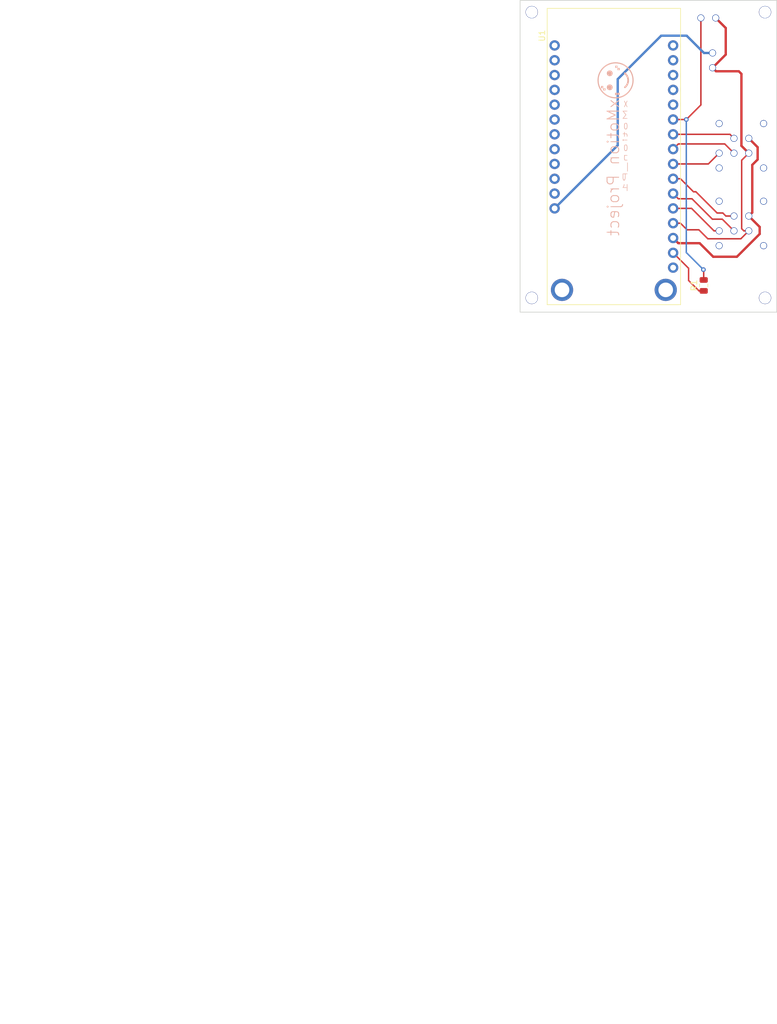
<source format=kicad_pcb>
(kicad_pcb (version 20171130) (host pcbnew "(5.1.0)-1")

  (general
    (thickness 1.6)
    (drawings 60)
    (tracks 97)
    (zones 0)
    (modules 2)
    (nets 29)
  )

  (page A4)
  (layers
    (0 F.Cu signal)
    (31 B.Cu signal)
    (32 B.Adhes user)
    (33 F.Adhes user)
    (34 B.Paste user)
    (35 F.Paste user)
    (36 B.SilkS user)
    (37 F.SilkS user)
    (38 B.Mask user)
    (39 F.Mask user)
    (40 Dwgs.User user)
    (41 Cmts.User user)
    (42 Eco1.User user)
    (43 Eco2.User user)
    (44 Edge.Cuts user)
    (45 Margin user)
    (46 B.CrtYd user)
    (47 F.CrtYd user)
    (48 B.Fab user)
    (49 F.Fab user)
  )

  (setup
    (last_trace_width 0.25)
    (trace_clearance 0.2)
    (zone_clearance 0.508)
    (zone_45_only no)
    (trace_min 0.2)
    (via_size 0.8)
    (via_drill 0.4)
    (via_min_size 0.4)
    (via_min_drill 0.3)
    (uvia_size 0.3)
    (uvia_drill 0.1)
    (uvias_allowed no)
    (uvia_min_size 0.2)
    (uvia_min_drill 0.1)
    (edge_width 0.05)
    (segment_width 0.2)
    (pcb_text_width 0.3)
    (pcb_text_size 1.5 1.5)
    (mod_edge_width 0.12)
    (mod_text_size 1 1)
    (mod_text_width 0.15)
    (pad_size 1.6 1.6)
    (pad_drill 1.1)
    (pad_to_mask_clearance 0.051)
    (solder_mask_min_width 0.25)
    (aux_axis_origin 0 0)
    (grid_origin 197.32 26.6)
    (visible_elements 7FFFFFFF)
    (pcbplotparams
      (layerselection 0x010fc_ffffffff)
      (usegerberextensions true)
      (usegerberattributes false)
      (usegerberadvancedattributes false)
      (creategerberjobfile false)
      (excludeedgelayer true)
      (linewidth 0.100000)
      (plotframeref false)
      (viasonmask false)
      (mode 1)
      (useauxorigin false)
      (hpglpennumber 1)
      (hpglpenspeed 20)
      (hpglpendiameter 15.000000)
      (psnegative false)
      (psa4output false)
      (plotreference true)
      (plotvalue false)
      (plotinvisibletext false)
      (padsonsilk false)
      (subtractmaskfromsilk false)
      (outputformat 1)
      (mirror false)
      (drillshape 0)
      (scaleselection 1)
      (outputdirectory "Gerbers_main_PCB_3/"))
  )

  (net 0 "")
  (net 1 "Net-(U1-Pad20)")
  (net 2 "Net-(U1-Pad19)")
  (net 3 "Net-(U1-Pad18)")
  (net 4 "Net-(U1-Pad16)")
  (net 5 "Net-(U1-Pad15)")
  (net 6 "Net-(U1-Pad14)")
  (net 7 "Net-(U1-Pad12)")
  (net 8 "Net-(U1-Pad1)")
  (net 9 GND_BAT)
  (net 10 A5)
  (net 11 A4)
  (net 12 A3)
  (net 13 A2)
  (net 14 A1)
  (net 15 A0)
  (net 16 "Net-(U1-Pad27)")
  (net 17 "Net-(U1-Pad26)")
  (net 18 "Net-(U1-Pad25)")
  (net 19 "Net-(U1-Pad24)")
  (net 20 "Net-(U1-Pad23)")
  (net 21 "Net-(U1-Pad22)")
  (net 22 "Net-(U1-Pad21)")
  (net 23 "Net-(U1-Pad17)")
  (net 24 "Net-(U1-Pad13)")
  (net 25 Interrupter_1_P1)
  (net 26 "Net-(R1-Pad1)")
  (net 27 3.3V)
  (net 28 3.7V_Bat)

  (net_class Default "Ceci est la Netclass par défaut."
    (clearance 0.2)
    (trace_width 0.25)
    (via_dia 0.8)
    (via_drill 0.4)
    (uvia_dia 0.3)
    (uvia_drill 0.1)
    (add_net 3.3V)
    (add_net 3.7V_Bat)
    (add_net A0)
    (add_net A1)
    (add_net A2)
    (add_net A3)
    (add_net A4)
    (add_net A5)
    (add_net GND_BAT)
    (add_net Interrupter_1_P1)
    (add_net "Net-(R1-Pad1)")
    (add_net "Net-(U1-Pad1)")
    (add_net "Net-(U1-Pad12)")
    (add_net "Net-(U1-Pad13)")
    (add_net "Net-(U1-Pad14)")
    (add_net "Net-(U1-Pad15)")
    (add_net "Net-(U1-Pad16)")
    (add_net "Net-(U1-Pad17)")
    (add_net "Net-(U1-Pad18)")
    (add_net "Net-(U1-Pad19)")
    (add_net "Net-(U1-Pad20)")
    (add_net "Net-(U1-Pad21)")
    (add_net "Net-(U1-Pad22)")
    (add_net "Net-(U1-Pad23)")
    (add_net "Net-(U1-Pad24)")
    (add_net "Net-(U1-Pad25)")
    (add_net "Net-(U1-Pad26)")
    (add_net "Net-(U1-Pad27)")
  )

  (module Resistor_SMD:R_0805_2012Metric (layer F.Cu) (tedit 5B36C52B) (tstamp 5DC40DF1)
    (at 166.48 95.8575 90)
    (descr "Resistor SMD 0805 (2012 Metric), square (rectangular) end terminal, IPC_7351 nominal, (Body size source: https://docs.google.com/spreadsheets/d/1BsfQQcO9C6DZCsRaXUlFlo91Tg2WpOkGARC1WS5S8t0/edit?usp=sharing), generated with kicad-footprint-generator")
    (tags resistor)
    (path /5DC4293A)
    (attr smd)
    (fp_text reference R1 (at 0 -1.65 90) (layer F.SilkS)
      (effects (font (size 1 1) (thickness 0.15)))
    )
    (fp_text value 10k (at 0 1.65 90) (layer F.Fab)
      (effects (font (size 1 1) (thickness 0.15)))
    )
    (fp_text user %R (at 0 0 90) (layer F.Fab)
      (effects (font (size 0.5 0.5) (thickness 0.08)))
    )
    (fp_line (start 1.68 0.95) (end -1.68 0.95) (layer F.CrtYd) (width 0.05))
    (fp_line (start 1.68 -0.95) (end 1.68 0.95) (layer F.CrtYd) (width 0.05))
    (fp_line (start -1.68 -0.95) (end 1.68 -0.95) (layer F.CrtYd) (width 0.05))
    (fp_line (start -1.68 0.95) (end -1.68 -0.95) (layer F.CrtYd) (width 0.05))
    (fp_line (start -0.258578 0.71) (end 0.258578 0.71) (layer F.SilkS) (width 0.12))
    (fp_line (start -0.258578 -0.71) (end 0.258578 -0.71) (layer F.SilkS) (width 0.12))
    (fp_line (start 1 0.6) (end -1 0.6) (layer F.Fab) (width 0.1))
    (fp_line (start 1 -0.6) (end 1 0.6) (layer F.Fab) (width 0.1))
    (fp_line (start -1 -0.6) (end 1 -0.6) (layer F.Fab) (width 0.1))
    (fp_line (start -1 0.6) (end -1 -0.6) (layer F.Fab) (width 0.1))
    (pad 2 smd roundrect (at 0.9375 0 90) (size 0.975 1.4) (layers F.Cu F.Paste F.Mask) (roundrect_rratio 0.25)
      (net 25 Interrupter_1_P1))
    (pad 1 smd roundrect (at -0.9375 0 90) (size 0.975 1.4) (layers F.Cu F.Paste F.Mask) (roundrect_rratio 0.25)
      (net 26 "Net-(R1-Pad1)"))
    (model ${KISYS3DMOD}/Resistor_SMD.3dshapes/R_0805_2012Metric.wrl
      (at (xyz 0 0 0))
      (scale (xyz 1 1 1))
      (rotate (xyz 0 0 0))
    )
  )

  (module xMotion:Bluefruit_NRF52 (layer F.Cu) (tedit 5DC29EDA) (tstamp 5DC318BB)
    (at 46.0764 222.261099 90)
    (path /5DC35617)
    (fp_text reference U1 (at 169.211099 92.6936 90) (layer F.SilkS)
      (effects (font (size 1 1) (thickness 0.15)))
    )
    (fp_text value Bluefruit_NRF52 (at 133.461099 92.4336 90) (layer F.Fab)
      (effects (font (size 1 1) (thickness 0.15)))
    )
    (fp_line (start 123.101099 93.5736) (end 123.101099 116.4336) (layer F.SilkS) (width 0.12))
    (fp_line (start 123.101099 116.4336) (end 173.901099 116.4336) (layer F.SilkS) (width 0.12))
    (fp_line (start 173.901099 93.5736) (end 173.901099 116.4336) (layer F.SilkS) (width 0.12))
    (fp_line (start 123.101099 93.5736) (end 173.901099 93.5736) (layer F.SilkS) (width 0.12))
    (pad P2 thru_hole circle (at 125.641099 113.8936 90) (size 3.81 3.81) (drill 2.5) (layers *.Cu *.Mask))
    (pad P1 thru_hole circle (at 125.641099 96.1136 90) (size 3.81 3.81) (drill 2.5) (layers *.Cu *.Mask))
    (pad "" np_thru_hole circle (at 171.361099 113.8936 90) (size 2.54 2.54) (drill 2.54) (layers *.Cu *.Mask))
    (pad "" np_thru_hole circle (at 171.361099 96.1136 90) (size 2.54 2.54) (drill 2.54) (layers *.Cu *.Mask))
    (pad 28 thru_hole circle (at 139.611099 94.8436 90) (size 1.778 1.778) (drill 1) (layers *.Cu *.Mask)
      (net 28 3.7V_Bat))
    (pad 27 thru_hole circle (at 142.151099 94.8436 90) (size 1.778 1.778) (drill 1) (layers *.Cu *.Mask)
      (net 16 "Net-(U1-Pad27)"))
    (pad 26 thru_hole circle (at 144.691099 94.8436 90) (size 1.778 1.778) (drill 1) (layers *.Cu *.Mask)
      (net 17 "Net-(U1-Pad26)"))
    (pad 25 thru_hole circle (at 147.231099 94.8436 90) (size 1.778 1.778) (drill 1) (layers *.Cu *.Mask)
      (net 18 "Net-(U1-Pad25)"))
    (pad 24 thru_hole circle (at 149.771099 94.8436 90) (size 1.778 1.778) (drill 1) (layers *.Cu *.Mask)
      (net 19 "Net-(U1-Pad24)"))
    (pad 23 thru_hole circle (at 152.311099 94.8436 90) (size 1.778 1.778) (drill 1) (layers *.Cu *.Mask)
      (net 20 "Net-(U1-Pad23)"))
    (pad 22 thru_hole circle (at 154.851099 94.8436 90) (size 1.778 1.778) (drill 1) (layers *.Cu *.Mask)
      (net 21 "Net-(U1-Pad22)"))
    (pad 21 thru_hole circle (at 157.391099 94.8436 90) (size 1.778 1.778) (drill 1) (layers *.Cu *.Mask)
      (net 22 "Net-(U1-Pad21)"))
    (pad 20 thru_hole circle (at 159.931099 94.8436 90) (size 1.778 1.778) (drill 1) (layers *.Cu *.Mask)
      (net 1 "Net-(U1-Pad20)"))
    (pad 19 thru_hole circle (at 162.471099 94.8436 90) (size 1.778 1.778) (drill 1) (layers *.Cu *.Mask)
      (net 2 "Net-(U1-Pad19)"))
    (pad 18 thru_hole circle (at 165.011099 94.8436 90) (size 1.778 1.778) (drill 1) (layers *.Cu *.Mask)
      (net 3 "Net-(U1-Pad18)"))
    (pad 17 thru_hole circle (at 167.551099 94.8436 90) (size 1.778 1.778) (drill 1) (layers *.Cu *.Mask)
      (net 23 "Net-(U1-Pad17)"))
    (pad 16 thru_hole circle (at 167.551099 115.1636 90) (size 1.778 1.778) (drill 1) (layers *.Cu *.Mask)
      (net 4 "Net-(U1-Pad16)"))
    (pad 15 thru_hole circle (at 165.011099 115.1636 90) (size 1.778 1.778) (drill 1) (layers *.Cu *.Mask)
      (net 5 "Net-(U1-Pad15)"))
    (pad 14 thru_hole circle (at 162.471099 115.1636 90) (size 1.778 1.778) (drill 1) (layers *.Cu *.Mask)
      (net 6 "Net-(U1-Pad14)"))
    (pad 13 thru_hole circle (at 159.931099 115.1636 90) (size 1.778 1.778) (drill 1) (layers *.Cu *.Mask)
      (net 24 "Net-(U1-Pad13)"))
    (pad 12 thru_hole circle (at 157.391099 115.1636 90) (size 1.778 1.778) (drill 1) (layers *.Cu *.Mask)
      (net 7 "Net-(U1-Pad12)"))
    (pad 11 thru_hole circle (at 154.851099 115.1636 90) (size 1.778 1.778) (drill 1) (layers *.Cu *.Mask)
      (net 25 Interrupter_1_P1))
    (pad 10 thru_hole circle (at 152.311099 115.1636 90) (size 1.778 1.778) (drill 1) (layers *.Cu *.Mask)
      (net 10 A5))
    (pad 9 thru_hole circle (at 149.771099 115.1636 90) (size 1.778 1.778) (drill 1) (layers *.Cu *.Mask)
      (net 11 A4))
    (pad 8 thru_hole circle (at 147.231099 115.1636 90) (size 1.778 1.778) (drill 1) (layers *.Cu *.Mask)
      (net 12 A3))
    (pad 7 thru_hole circle (at 144.691099 115.1636 90) (size 1.778 1.778) (drill 1) (layers *.Cu *.Mask)
      (net 13 A2))
    (pad 6 thru_hole circle (at 142.151099 115.1636 90) (size 1.778 1.778) (drill 1) (layers *.Cu *.Mask)
      (net 14 A1))
    (pad 5 thru_hole circle (at 139.611099 115.1636 90) (size 1.778 1.778) (drill 1) (layers *.Cu *.Mask)
      (net 15 A0))
    (pad 4 thru_hole circle (at 137.071099 115.1636 90) (size 1.778 1.778) (drill 1) (layers *.Cu *.Mask)
      (net 9 GND_BAT))
    (pad 3 thru_hole circle (at 134.531099 115.1636 90) (size 1.778 1.778) (drill 1) (layers *.Cu *.Mask)
      (net 27 3.3V))
    (pad 2 thru_hole circle (at 131.991099 115.1636 90) (size 1.778 1.778) (drill 1) (layers *.Cu *.Mask)
      (net 26 "Net-(R1-Pad1)"))
    (pad 1 thru_hole circle (at 129.451099 115.1636 90) (size 1.778 1.778) (drill 1) (layers *.Cu *.Mask)
      (net 8 "Net-(U1-Pad1)"))
  )

  (gr_circle (center 168.54 50) (end 168.84 50) (layer F.Mask) (width 0.6) (tstamp 5DDF9B12))
  (gr_circle (center 166 50) (end 166.3 50) (layer F.Mask) (width 0.6) (tstamp 5DDF9B10))
  (gr_circle (center 168.54 50) (end 168.84 50) (layer B.Mask) (width 0.6) (tstamp 5DDF9B0D))
  (gr_circle (center 166 50) (end 166.3 50) (layer B.Mask) (width 0.6) (tstamp 5DDF9B0B))
  (gr_circle (center 168 56) (end 168.3 56) (layer B.Mask) (width 0.6) (tstamp 5DDF9B09))
  (gr_circle (center 168 56) (end 168.3 56) (layer F.Mask) (width 0.6) (tstamp 5DDF9B06))
  (gr_circle (center 168 58.54) (end 168.3 58.54) (layer F.Mask) (width 0.6) (tstamp 5DDF9B04))
  (gr_circle (center 168 58.54) (end 168.3 58.54) (layer B.Mask) (width 0.6) (tstamp 5DDF9B01))
  (gr_circle (center 174.21 73.18) (end 174.51 73.18) (layer B.Mask) (width 0.6) (tstamp 5DDF9A03))
  (gr_circle (center 174.21 73.18) (end 174.51 73.18) (layer F.Mask) (width 0.6) (tstamp 5DDF99FE))
  (gr_circle (center 171.67 73.18) (end 171.97 73.18) (layer F.Mask) (width 0.6) (tstamp 5DDF99FB))
  (gr_circle (center 171.67 73.18) (end 171.97 73.18) (layer B.Mask) (width 0.6) (tstamp 5DDF99F8))
  (gr_circle (center 169.13 73.18) (end 169.43 73.18) (layer B.Mask) (width 0.6) (tstamp 5DDF99F5))
  (gr_circle (center 169.13 73.18) (end 169.43 73.18) (layer F.Mask) (width 0.6) (tstamp 5DDF99F2))
  (gr_circle (center 174.21 70.64) (end 174.51 70.64) (layer F.Mask) (width 0.6) (tstamp 5DDF99EF))
  (gr_circle (center 174.21 70.64) (end 174.51 70.64) (layer B.Mask) (width 0.6) (tstamp 5DDF99EC))
  (gr_circle (center 171.67 70.64) (end 171.97 70.64) (layer F.Mask) (width 0.6) (tstamp 5DDF99E6))
  (gr_circle (center 171.67 70.64) (end 171.97 70.64) (layer B.Mask) (width 0.6) (tstamp 5DDF99E3))
  (gr_circle (center 169.13 68.1) (end 169.43 68.1) (layer B.Mask) (width 0.6) (tstamp 5DDF99C9))
  (gr_circle (center 169.13 68.1) (end 169.43 68.1) (layer F.Mask) (width 0.6) (tstamp 5DDF99C6))
  (gr_circle (center 176.75 68.1) (end 177.05 68.1) (layer F.Mask) (width 0.6) (tstamp 5DDF999C))
  (gr_circle (center 176.75 68.1) (end 177.05 68.1) (layer B.Mask) (width 0.6) (tstamp 5DDF9998))
  (gr_circle (center 176.75 75.72) (end 177.05 75.72) (layer B.Mask) (width 0.6) (tstamp 5DDF9979))
  (gr_circle (center 176.75 75.72) (end 177.05 75.72) (layer F.Mask) (width 0.6) (tstamp 5DDF9976))
  (gr_circle (center 169.13 75.72) (end 169.43 75.72) (layer F.Mask) (width 0.6) (tstamp 5DDF9954))
  (gr_circle (center 169.13 75.72) (end 169.43 75.72) (layer B.Mask) (width 0.6) (tstamp 5DDF9950))
  (gr_circle (center 176.75 81.42) (end 177.05 81.42) (layer F.Mask) (width 0.6) (tstamp 5DDF9925))
  (gr_circle (center 176.75 81.42) (end 177.05 81.42) (layer B.Mask) (width 0.6) (tstamp 5DDF9922))
  (gr_circle (center 169.13 81.42) (end 169.43 81.42) (layer B.Mask) (width 0.6) (tstamp 5DDF990E))
  (gr_circle (center 169.13 81.42) (end 169.43 81.42) (layer F.Mask) (width 0.6) (tstamp 5DDF990B))
  (gr_circle (center 171.67 83.96) (end 171.97 83.96) (layer F.Mask) (width 0.6) (tstamp 5DDF98F7))
  (gr_circle (center 171.67 83.96) (end 171.97 83.96) (layer B.Mask) (width 0.6) (tstamp 5DDF98F4))
  (gr_circle (center 174.21 83.96) (end 174.51 83.96) (layer B.Mask) (width 0.6) (tstamp 5DDF98E0))
  (gr_circle (center 174.21 83.96) (end 174.51 83.96) (layer F.Mask) (width 0.6) (tstamp 5DDF98DD))
  (gr_circle (center 174.21 86.5) (end 174.51 86.5) (layer F.Mask) (width 0.6) (tstamp 5DDF98CA))
  (gr_circle (center 174.21 86.5) (end 174.51 86.5) (layer B.Mask) (width 0.6) (tstamp 5DDF98C5))
  (gr_circle (center 171.67 86.5) (end 171.97 86.5) (layer B.Mask) (width 0.6) (tstamp 5DDF98AD))
  (gr_circle (center 171.67 86.5) (end 171.97 86.5) (layer F.Mask) (width 0.6) (tstamp 5DDF98AA))
  (gr_circle (center 169.13 86.5) (end 169.43 86.5) (layer F.Mask) (width 0.6) (tstamp 5DDF988C))
  (gr_circle (center 169.13 86.5) (end 169.43 86.5) (layer B.Mask) (width 0.6) (tstamp 5DDF9889))
  (gr_circle (center 169.13 89.04) (end 169.43 89.04) (layer B.Mask) (width 0.6) (tstamp 5DDF9848))
  (gr_circle (center 169.13 89.04) (end 169.43 89.04) (layer F.Mask) (width 0.6) (tstamp 5DDF9845))
  (gr_circle (center 176.75 89.04) (end 177.05 89.04) (layer F.Mask) (width 0.6) (tstamp 5DDF979E))
  (gr_circle (center 176.75 89.04) (end 177.05 89.04) (layer B.Mask) (width 0.6))
  (gr_line (start 179 46.98) (end 179 100.44) (layer Edge.Cuts) (width 0.12) (tstamp 5DC468D1))
  (gr_line (start 135 100.44) (end 179 100.44) (layer Edge.Cuts) (width 0.12) (tstamp 5DC4684E))
  (gr_line (start 135 46.98) (end 135 100.44) (layer Edge.Cuts) (width 0.12) (tstamp 5DC467F7))
  (gr_text xMotion_P1 (at 153.03 71.98 90) (layer B.SilkS)
    (effects (font (size 0.7 1.9) (thickness 0.1)) (justify mirror))
  )
  (gr_text "xMotion Project" (at 150.99 75.64 90) (layer B.SilkS)
    (effects (font (size 2 2) (thickness 0.15)) (justify mirror))
  )
  (gr_poly (pts (xy 151.7 58.57) (xy 151.7 58.96) (xy 152.08 58.96) (xy 152.08 58.57)) (layer B.SilkS) (width 0.001) (tstamp 5DC139AC))
  (gr_circle (center 150.37 59.49) (end 150.37 59.74) (layer B.SilkS) (width 0.5) (tstamp 5DC139AB))
  (gr_poly (pts (xy 151.7 62.83) (xy 151.7 63.22) (xy 152.08 63.22) (xy 152.08 62.83)) (layer B.SilkS) (width 0.001) (tstamp 5DC139AA))
  (gr_poly (pts (xy 151.28 62.83) (xy 151.28 63.22) (xy 151.66 63.22) (xy 151.66 62.83)) (layer B.SilkS) (width 0.001) (tstamp 5DC139A9))
  (gr_circle (center 151.37 60.69) (end 154.37 60.69) (layer B.SilkS) (width 0.2) (tstamp 5DC139A8))
  (gr_poly (pts (xy 151.32 58.18) (xy 151.32 58.57) (xy 151.7 58.57) (xy 151.7 58.18)) (layer B.SilkS) (width 0.001) (tstamp 5DC139A7))
  (gr_circle (center 150.37 61.89) (end 150.37 62.14) (layer B.SilkS) (width 0.5) (tstamp 5DC139A6))
  (gr_poly (pts (xy 148.88 61.66) (xy 148.88 62.05) (xy 149.26 62.05) (xy 149.26 61.66)) (layer B.SilkS) (width 0.001) (tstamp 5DC139A5))
  (gr_arc (start 151.97 60.69) (end 152.97 59.49) (angle 100) (layer B.SilkS) (width 0.3) (tstamp 5DC139A4))
  (gr_poly (pts (xy 149.26 62.05) (xy 149.26 62.44) (xy 149.64 62.44) (xy 149.64 62.05)) (layer B.SilkS) (width 0.001) (tstamp 5DC139A3))
  (gr_line (start 135 46.98) (end 179 46.98) (layer Edge.Cuts) (width 0.12))

  (via (at 176.75 75.72) (size 1.2) (drill 1) (layers F.Cu B.Cu) (net 0) (tstamp 5D9C7DB5))
  (via (at 169.13 75.72) (size 1.2) (drill 1) (layers F.Cu B.Cu) (net 0) (tstamp 5D9C7DB9))
  (via (at 169.13 68.1) (size 1.2) (drill 1) (layers F.Cu B.Cu) (net 0) (tstamp 5D9C7DB8))
  (via (at 176.75 68.1) (size 1.2) (drill 1) (layers F.Cu B.Cu) (net 0) (tstamp 5D9C7DB6))
  (via (at 169.13 89.04) (size 1.2) (drill 1) (layers F.Cu B.Cu) (net 0) (tstamp 5D9C7CA8))
  (via (at 176.75 89.04) (size 1.2) (drill 1) (layers F.Cu B.Cu) (net 0) (tstamp 5D9C7CBC))
  (via (at 176.75 81.42) (size 1.2) (drill 1) (layers F.Cu B.Cu) (net 0) (tstamp 5D9C7C7B))
  (via (at 169.13 81.42) (size 1.2) (drill 1) (layers F.Cu B.Cu) (net 0))
  (via (at 177 49) (size 2.1) (drill 2) (layers F.Cu B.Cu) (net 0))
  (via (at 137 49) (size 2.1) (drill 2) (layers F.Cu B.Cu) (net 0) (tstamp 5DC46BC5))
  (via (at 137 98) (size 2.1) (drill 2) (layers F.Cu B.Cu) (net 0) (tstamp 5DC46EB9))
  (via (at 177 98) (size 2.1) (drill 2) (layers F.Cu B.Cu) (net 0) (tstamp 5DC47056))
  (segment (start 168.599999 59.139999) (end 172.499999 59.139999) (width 0.4) (layer F.Cu) (net 9))
  (segment (start 168 58.54) (end 168.599999 59.139999) (width 0.4) (layer F.Cu) (net 9))
  (segment (start 172.499999 59.139999) (end 172.95 59.59) (width 0.4) (layer F.Cu) (net 9))
  (segment (start 172.95 59.59) (end 172.95 71.92) (width 0.4) (layer F.Cu) (net 9))
  (segment (start 172.95 71.92) (end 174.21 73.18) (width 0.4) (layer F.Cu) (net 9))
  (segment (start 165.65 86.32) (end 167.19 87.86) (width 0.25) (layer F.Cu) (net 9))
  (segment (start 167.19 87.86) (end 172.85 87.86) (width 0.25) (layer F.Cu) (net 9))
  (segment (start 172.85 87.86) (end 174.21 86.5) (width 0.25) (layer F.Cu) (net 9))
  (segment (start 172.99 86.128528) (end 172.99 74.4) (width 0.25) (layer F.Cu) (net 9))
  (segment (start 162.497235 85.19) (end 163.627235 86.32) (width 0.25) (layer F.Cu) (net 9))
  (segment (start 161.24 85.19) (end 162.497235 85.19) (width 0.25) (layer F.Cu) (net 9))
  (segment (start 172.99 74.4) (end 174.21 73.18) (width 0.25) (layer F.Cu) (net 9))
  (segment (start 174.21 86.5) (end 173.361472 86.5) (width 0.25) (layer F.Cu) (net 9))
  (segment (start 163.627235 86.32) (end 165.65 86.32) (width 0.25) (layer F.Cu) (net 9))
  (segment (start 173.361472 86.5) (end 172.99 86.128528) (width 0.25) (layer F.Cu) (net 9))
  (via (at 168.54 50) (size 1.2) (drill 1) (layers F.Cu B.Cu) (net 9) (tstamp 5DC13278))
  (via (at 168 58.54) (size 1.2) (drill 1) (layers F.Cu B.Cu) (net 9) (tstamp 5D95EF56))
  (via (at 174.21 73.18) (size 1.2) (drill 1) (layers F.Cu B.Cu) (net 9) (tstamp 5D9C7DBA))
  (via (at 174.21 86.5) (size 1.2) (drill 1) (layers F.Cu B.Cu) (net 9) (tstamp 5D9C7D43))
  (segment (start 170.26 51.72) (end 168.54 50) (width 0.4) (layer F.Cu) (net 9))
  (segment (start 170.26 56.28) (end 170.26 51.72) (width 0.4) (layer F.Cu) (net 9))
  (segment (start 170.26 56.28) (end 168 58.54) (width 0.4) (layer F.Cu) (net 9))
  (via (at 171.67 70.64) (size 1.2) (drill 1) (layers F.Cu B.Cu) (net 10) (tstamp 5D9C7DB7))
  (segment (start 170.98 69.95) (end 171.67 70.64) (width 0.25) (layer F.Cu) (net 10))
  (segment (start 161.24 69.95) (end 170.98 69.95) (width 0.25) (layer F.Cu) (net 10))
  (via (at 171.67 73.18) (size 1.2) (drill 1) (layers F.Cu B.Cu) (net 11) (tstamp 5D9C7DBC))
  (segment (start 162.128999 71.601001) (end 161.24 72.49) (width 0.25) (layer F.Cu) (net 11))
  (segment (start 170.091001 71.601001) (end 162.128999 71.601001) (width 0.25) (layer F.Cu) (net 11))
  (segment (start 171.67 73.18) (end 170.091001 71.601001) (width 0.25) (layer F.Cu) (net 11))
  (via (at 169.13 73.18) (size 1.2) (drill 1) (layers F.Cu B.Cu) (net 12) (tstamp 5D9C7DBB))
  (segment (start 167.28 75.03) (end 169.13 73.18) (width 0.25) (layer F.Cu) (net 12))
  (segment (start 161.24 75.03) (end 167.28 75.03) (width 0.25) (layer F.Cu) (net 12))
  (via (at 171.67 83.96) (size 1.2) (drill 1) (layers F.Cu B.Cu) (net 13) (tstamp 5D9C7CDC))
  (segment (start 162.497235 77.57) (end 164.727235 79.8) (width 0.25) (layer F.Cu) (net 13))
  (segment (start 161.24 77.57) (end 162.497235 77.57) (width 0.25) (layer F.Cu) (net 13))
  (segment (start 164.727235 79.8) (end 165.14 79.8) (width 0.25) (layer F.Cu) (net 13))
  (segment (start 165.14 79.8) (end 168.78 83.44) (width 0.25) (layer F.Cu) (net 13))
  (segment (start 168.78 83.44) (end 169.76 83.44) (width 0.25) (layer F.Cu) (net 13))
  (segment (start 170.28 83.96) (end 171.67 83.96) (width 0.25) (layer F.Cu) (net 13))
  (segment (start 169.76 83.44) (end 170.28 83.96) (width 0.25) (layer F.Cu) (net 13))
  (via (at 171.67 86.5) (size 1.2) (drill 1) (layers F.Cu B.Cu) (net 14) (tstamp 5D9C7D0E))
  (segment (start 162.128999 80.998999) (end 164.468999 80.998999) (width 0.25) (layer F.Cu) (net 14))
  (segment (start 161.24 80.11) (end 162.128999 80.998999) (width 0.25) (layer F.Cu) (net 14))
  (segment (start 164.468999 80.998999) (end 167.97 84.5) (width 0.25) (layer F.Cu) (net 14))
  (segment (start 169.67 84.5) (end 171.67 86.5) (width 0.25) (layer F.Cu) (net 14))
  (segment (start 167.97 84.5) (end 169.67 84.5) (width 0.25) (layer F.Cu) (net 14))
  (via (at 169.13 86.5) (size 1.2) (drill 1) (layers F.Cu B.Cu) (net 15) (tstamp 5D9C7D56))
  (segment (start 168.25 86.5) (end 169.13 86.5) (width 0.25) (layer F.Cu) (net 15))
  (segment (start 161.24 82.65) (end 164.4 82.65) (width 0.25) (layer F.Cu) (net 15))
  (segment (start 164.4 82.65) (end 168.25 86.5) (width 0.25) (layer F.Cu) (net 15))
  (via (at 163.5 67.41) (size 0.8) (drill 0.4) (layers F.Cu B.Cu) (net 25))
  (via (at 166.43 93.15) (size 0.8) (drill 0.4) (layers F.Cu B.Cu) (net 25))
  (via (at 166 50) (size 1.2) (drill 1) (layers F.Cu B.Cu) (net 25) (tstamp 5DC12F24))
  (segment (start 166.48 93.2) (end 166.43 93.15) (width 0.25) (layer F.Cu) (net 25))
  (segment (start 166.48 94.92) (end 166.48 93.2) (width 0.25) (layer F.Cu) (net 25))
  (segment (start 163.5 67.41) (end 161.24 67.41) (width 0.25) (layer F.Cu) (net 25))
  (segment (start 163.5 90.22) (end 166.43 93.15) (width 0.25) (layer B.Cu) (net 25))
  (segment (start 163.5 67.41) (end 163.5 90.22) (width 0.25) (layer B.Cu) (net 25))
  (segment (start 166 64.91) (end 163.5 67.41) (width 0.25) (layer F.Cu) (net 25))
  (segment (start 166 50) (end 166 64.91) (width 0.25) (layer F.Cu) (net 25))
  (segment (start 165.68 96.795) (end 163.89 95.005) (width 0.25) (layer F.Cu) (net 26))
  (segment (start 166.48 96.795) (end 165.68 96.795) (width 0.25) (layer F.Cu) (net 26))
  (segment (start 163.89 92.92) (end 161.24 90.27) (width 0.25) (layer F.Cu) (net 26))
  (segment (start 163.89 95.005) (end 163.89 92.92) (width 0.25) (layer F.Cu) (net 26))
  (via (at 174.21 83.96) (size 1.2) (drill 1) (layers F.Cu B.Cu) (net 27) (tstamp 5D9C7CEF))
  (via (at 174.21 70.64) (size 1.2) (drill 1) (layers F.Cu B.Cu) (net 27) (tstamp 5D9C7DBD))
  (segment (start 174.809999 83.360001) (end 174.809999 75.190001) (width 0.4) (layer F.Cu) (net 27))
  (segment (start 174.21 83.96) (end 174.809999 83.360001) (width 0.4) (layer F.Cu) (net 27))
  (segment (start 174.809999 75.190001) (end 175.73 74.27) (width 0.4) (layer F.Cu) (net 27))
  (segment (start 175.73 72.16) (end 174.21 70.64) (width 0.4) (layer F.Cu) (net 27))
  (segment (start 175.73 74.27) (end 175.73 72.16) (width 0.4) (layer F.Cu) (net 27))
  (segment (start 176.08 85.83) (end 174.21 83.96) (width 0.4) (layer F.Cu) (net 27))
  (segment (start 162.128999 88.618999) (end 165.788999 88.618999) (width 0.4) (layer F.Cu) (net 27))
  (segment (start 161.24 87.73) (end 162.128999 88.618999) (width 0.4) (layer F.Cu) (net 27))
  (segment (start 165.788999 88.618999) (end 168.11 90.94) (width 0.4) (layer F.Cu) (net 27))
  (segment (start 168.11 90.94) (end 172.18 90.94) (width 0.4) (layer F.Cu) (net 27))
  (segment (start 172.18 90.94) (end 176.08 87.04) (width 0.4) (layer F.Cu) (net 27))
  (segment (start 176.08 87.04) (end 176.08 85.83) (width 0.4) (layer F.Cu) (net 27))
  (via (at 168 56) (size 1.2) (drill 1) (layers F.Cu B.Cu) (net 28))
  (segment (start 151.74 71.83) (end 140.92 82.65) (width 0.4) (layer B.Cu) (net 28))
  (segment (start 151.74 60.49) (end 151.74 71.83) (width 0.4) (layer B.Cu) (net 28))
  (segment (start 159.19 53.04) (end 151.74 60.49) (width 0.4) (layer B.Cu) (net 28))
  (segment (start 163.56 53.04) (end 159.19 53.04) (width 0.4) (layer B.Cu) (net 28))
  (segment (start 167.81 56) (end 166.52 56) (width 0.4) (layer B.Cu) (net 28))
  (segment (start 166.52 56) (end 163.56 53.04) (width 0.4) (layer B.Cu) (net 28))

)

</source>
